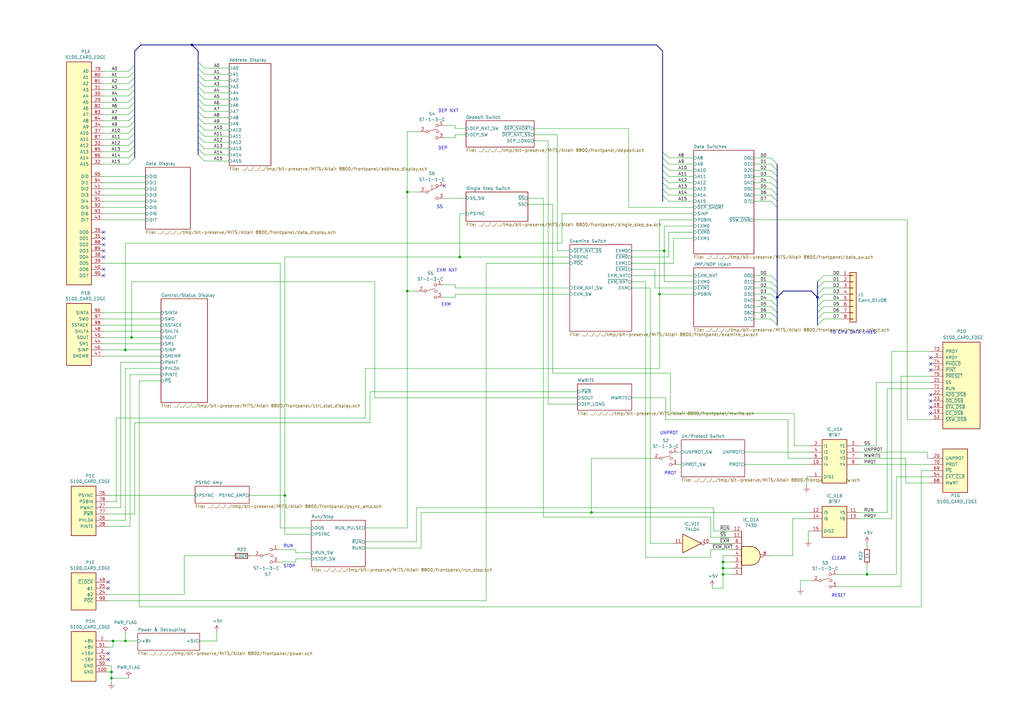
<source format=kicad_sch>
(kicad_sch (version 20230121) (generator eeschema)
  (paper "A3")
  (junction (at 46.355 262.89))
  (junction (at 270.51 120.65))
  (junction (at 53.975 138.43))
  (junction (at 45.72 278.13))
  (junction (at 167.005 119.38))
  (junction (at 51.435 262.89))
  (junction (at 296.545 235.585))
  (junction (at 296.545 230.505))
  (junction (at 242.57 210.185))
  (junction (at 188.595 105.41))
  (junction (at 272.415 102.87))
  (junction (at 116.84 203.2))
  (junction (at 167.005 78.74))
  (junction (at 318.77 121.92))
  (junction (at 78.74 18.415))
  (junction (at 45.72 275.59))
  (junction (at 296.545 233.045))
  (junction (at 51.435 143.51))
  (junction (at 335.28 121.92))
  (junction (at 355.6 235.585))
  (no_connect (at 381.635 151.765))
  (no_connect (at 182.245 76.2))
  (no_connect (at 42.545 113.03))
  (no_connect (at 42.545 95.25))
  (no_connect (at 42.545 97.79))
  (no_connect (at 44.45 238.76))
  (no_connect (at 381.635 149.225))
  (no_connect (at 381.635 146.685))
  (no_connect (at 42.545 100.33))
  (no_connect (at 44.45 270.51))
  (no_connect (at 42.545 110.49))
  (no_connect (at 381.635 169.545))
  (no_connect (at 44.45 241.3))
  (no_connect (at 381.635 161.925))
  (no_connect (at 42.545 102.87))
  (no_connect (at 44.45 267.97))
  (no_connect (at 381.635 164.465))
  (no_connect (at 42.545 105.41))
  (no_connect (at 381.635 167.005))
  (bus_entry (at 318.77 115.57) (size -2.54 -2.54))
  (bus_entry (at 81.28 43.18) (size 2.54 2.54))
  (bus_entry (at 81.28 35.56) (size 2.54 2.54))
  (bus_entry (at 271.78 67.31) (size 2.54 2.54))
  (bus_entry (at 335.28 118.11) (size 2.54 -2.54))
  (bus_entry (at 55.245 64.77) (size -2.54 2.54))
  (bus_entry (at 318.77 82.55) (size -2.54 -2.54))
  (bus_entry (at 318.77 72.39) (size -2.54 -2.54))
  (bus_entry (at 81.28 50.8) (size 2.54 2.54))
  (bus_entry (at 55.245 54.61) (size -2.54 2.54))
  (bus_entry (at 318.77 67.31) (size -2.54 -2.54))
  (bus_entry (at 318.77 133.35) (size -2.54 -2.54))
  (bus_entry (at 318.77 74.93) (size -2.54 -2.54))
  (bus_entry (at 81.28 48.26) (size 2.54 2.54))
  (bus_entry (at 318.77 80.01) (size -2.54 -2.54))
  (bus_entry (at 55.245 41.91) (size -2.54 2.54))
  (bus_entry (at 81.28 30.48) (size 2.54 2.54))
  (bus_entry (at 55.245 36.83) (size -2.54 2.54))
  (bus_entry (at 81.28 60.96) (size 2.54 2.54))
  (bus_entry (at 55.245 59.69) (size -2.54 2.54))
  (bus_entry (at 318.77 77.47) (size -2.54 -2.54))
  (bus_entry (at 271.78 74.93) (size 2.54 2.54))
  (bus_entry (at 318.77 69.85) (size -2.54 -2.54))
  (bus_entry (at 271.78 69.85) (size 2.54 2.54))
  (bus_entry (at 335.28 125.73) (size 2.54 -2.54))
  (bus_entry (at 55.245 52.07) (size -2.54 2.54))
  (bus_entry (at 81.28 55.88) (size 2.54 2.54))
  (bus_entry (at 55.245 57.15) (size -2.54 2.54))
  (bus_entry (at 81.28 25.4) (size 2.54 2.54))
  (bus_entry (at 271.78 62.23) (size 2.54 2.54))
  (bus_entry (at 271.78 77.47) (size 2.54 2.54))
  (bus_entry (at 335.28 133.35) (size 2.54 -2.54))
  (bus_entry (at 81.28 53.34) (size 2.54 2.54))
  (bus_entry (at 55.245 29.21) (size -2.54 2.54))
  (bus_entry (at 271.78 72.39) (size 2.54 2.54))
  (bus_entry (at 55.245 49.53) (size -2.54 2.54))
  (bus_entry (at 55.245 46.99) (size -2.54 2.54))
  (bus_entry (at 335.28 130.81) (size 2.54 -2.54))
  (bus_entry (at 335.28 123.19) (size 2.54 -2.54))
  (bus_entry (at 318.77 85.09) (size -2.54 -2.54))
  (bus_entry (at 81.28 40.64) (size 2.54 2.54))
  (bus_entry (at 81.28 27.94) (size 2.54 2.54))
  (bus_entry (at 55.245 62.23) (size -2.54 2.54))
  (bus_entry (at 318.77 120.65) (size -2.54 -2.54))
  (bus_entry (at 55.245 26.67) (size -2.54 2.54))
  (bus_entry (at 318.77 125.73) (size -2.54 -2.54))
  (bus_entry (at 55.245 39.37) (size -2.54 2.54))
  (bus_entry (at 318.77 130.81) (size -2.54 -2.54))
  (bus_entry (at 55.245 44.45) (size -2.54 2.54))
  (bus_entry (at 318.77 118.11) (size -2.54 -2.54))
  (bus_entry (at 81.28 33.02) (size 2.54 2.54))
  (bus_entry (at 271.78 80.01) (size 2.54 2.54))
  (bus_entry (at 81.28 38.1) (size 2.54 2.54))
  (bus_entry (at 318.77 123.19) (size -2.54 -2.54))
  (bus_entry (at 335.28 115.57) (size 2.54 -2.54))
  (bus_entry (at 335.28 128.27) (size 2.54 -2.54))
  (bus_entry (at 81.28 63.5) (size 2.54 2.54))
  (bus_entry (at 318.77 128.27) (size -2.54 -2.54))
  (bus_entry (at 81.28 45.72) (size 2.54 2.54))
  (bus_entry (at 271.78 64.77) (size 2.54 2.54))
  (bus_entry (at 81.28 58.42) (size 2.54 2.54))
  (bus_entry (at 335.28 120.65) (size 2.54 -2.54))
  (bus_entry (at 55.245 31.75) (size -2.54 2.54))
  (bus_entry (at 55.245 34.29) (size -2.54 2.54))
  (wire (pts (xy 284.48 77.47) (xy 274.32 77.47)))
  (wire (pts (xy 325.12 212.725) (xy 332.105 212.725)))
  (wire (pts (xy 88.9 262.89) (xy 88.9 259.08)))
  (wire (pts (xy 186.69 118.11) (xy 186.69 116.84)))
  (wire (pts (xy 93.98 40.64) (xy 83.82 40.64)))
  (bus (pts (xy 55.245 49.53) (xy 55.245 52.07)))
  (bus (pts (xy 55.245 44.45) (xy 55.245 46.99)))
  (wire (pts (xy 42.545 130.81) (xy 66.04 130.81)))
  (wire (pts (xy 167.005 78.74) (xy 167.005 119.38)))
  (wire (pts (xy 284.48 87.63) (xy 230.505 87.63)))
  (wire (pts (xy 127.635 229.235) (xy 121.285 229.235)))
  (wire (pts (xy 272.415 102.87) (xy 272.415 92.71)))
  (wire (pts (xy 93.98 58.42) (xy 83.82 58.42)))
  (bus (pts (xy 318.77 120.65) (xy 318.77 121.92)))
  (wire (pts (xy 291.465 225.425) (xy 300.355 225.425)))
  (bus (pts (xy 335.28 115.57) (xy 335.28 118.11)))
  (wire (pts (xy 44.45 273.05) (xy 45.72 273.05)))
  (wire (pts (xy 344.805 125.73) (xy 337.82 125.73)))
  (wire (pts (xy 42.545 85.09) (xy 59.69 85.09)))
  (wire (pts (xy 93.98 35.56) (xy 83.82 35.56)))
  (wire (pts (xy 42.545 46.99) (xy 52.705 46.99)))
  (wire (pts (xy 49.53 208.28) (xy 49.53 148.59)))
  (wire (pts (xy 42.545 64.77) (xy 52.705 64.77)))
  (wire (pts (xy 380.365 185.42) (xy 380.365 187.96)))
  (wire (pts (xy 300.355 227.965) (xy 296.545 227.965)))
  (wire (pts (xy 309.245 77.47) (xy 316.23 77.47)))
  (wire (pts (xy 93.98 66.04) (xy 83.82 66.04)))
  (bus (pts (xy 55.245 20.955) (xy 55.245 26.67)))
  (wire (pts (xy 328.295 238.125) (xy 328.295 241.3)))
  (bus (pts (xy 55.245 46.99) (xy 55.245 49.53)))
  (wire (pts (xy 42.545 87.63) (xy 59.69 87.63)))
  (wire (pts (xy 296.545 241.3) (xy 292.1 241.3)))
  (wire (pts (xy 121.285 229.235) (xy 121.285 230.505)))
  (wire (pts (xy 226.695 83.82) (xy 226.695 153.035)))
  (wire (pts (xy 53.34 153.67) (xy 53.34 215.9)))
  (wire (pts (xy 52.705 278.13) (xy 45.72 278.13)))
  (wire (pts (xy 186.69 116.84) (xy 181.61 116.84)))
  (wire (pts (xy 219.075 52.705) (xy 257.81 52.705)))
  (wire (pts (xy 309.245 120.65) (xy 316.23 120.65)))
  (wire (pts (xy 47.625 205.74) (xy 44.45 205.74)))
  (wire (pts (xy 270.51 151.13) (xy 149.86 151.13)))
  (wire (pts (xy 57.15 156.21) (xy 57.15 248.92)))
  (wire (pts (xy 352.425 182.88) (xy 359.41 182.88)))
  (wire (pts (xy 186.69 56.515) (xy 186.69 55.245)))
  (wire (pts (xy 344.805 115.57) (xy 337.82 115.57)))
  (bus (pts (xy 81.28 33.02) (xy 81.28 35.56)))
  (bus (pts (xy 55.245 31.75) (xy 55.245 34.29)))
  (wire (pts (xy 344.805 123.19) (xy 337.82 123.19)))
  (wire (pts (xy 44.45 275.59) (xy 45.72 275.59)))
  (wire (pts (xy 344.805 128.27) (xy 337.82 128.27)))
  (wire (pts (xy 42.545 62.23) (xy 52.705 62.23)))
  (bus (pts (xy 81.28 38.1) (xy 81.28 40.64)))
  (wire (pts (xy 42.545 143.51) (xy 51.435 143.51)))
  (bus (pts (xy 81.28 60.96) (xy 81.28 63.5)))
  (wire (pts (xy 291.465 220.345) (xy 300.355 220.345)))
  (bus (pts (xy 318.77 69.85) (xy 318.77 72.39)))
  (bus (pts (xy 318.77 74.93) (xy 318.77 77.47)))
  (wire (pts (xy 172.085 53.975) (xy 167.005 53.975)))
  (wire (pts (xy 259.08 105.41) (xy 274.32 105.41)))
  (wire (pts (xy 44.45 246.38) (xy 199.39 246.38)))
  (wire (pts (xy 352.425 210.185) (xy 363.855 210.185)))
  (wire (pts (xy 276.225 107.95) (xy 276.225 97.79)))
  (wire (pts (xy 291.465 222.885) (xy 300.355 222.885)))
  (wire (pts (xy 309.245 118.11) (xy 316.23 118.11)))
  (wire (pts (xy 186.69 52.705) (xy 186.69 51.435)))
  (wire (pts (xy 292.735 217.805) (xy 300.355 217.805)))
  (wire (pts (xy 55.245 210.82) (xy 44.45 210.82)))
  (wire (pts (xy 242.57 187.96) (xy 267.97 187.96)))
  (wire (pts (xy 355.6 222.885) (xy 355.6 224.155)))
  (wire (pts (xy 42.545 146.05) (xy 66.04 146.05)))
  (wire (pts (xy 102.235 203.2) (xy 116.84 203.2)))
  (wire (pts (xy 268.605 110.49) (xy 259.08 110.49)))
  (wire (pts (xy 42.545 74.93) (xy 59.69 74.93)))
  (wire (pts (xy 305.435 190.5) (xy 332.105 190.5)))
  (bus (pts (xy 81.28 40.64) (xy 81.28 43.18)))
  (wire (pts (xy 42.545 49.53) (xy 52.705 49.53)))
  (wire (pts (xy 325.12 227.965) (xy 325.12 212.725)))
  (wire (pts (xy 93.98 50.8) (xy 83.82 50.8)))
  (wire (pts (xy 274.955 169.545) (xy 325.755 169.545)))
  (bus (pts (xy 318.77 121.92) (xy 318.77 123.19)))
  (wire (pts (xy 296.545 235.585) (xy 296.545 241.3)))
  (wire (pts (xy 352.425 187.96) (xy 371.475 187.96)))
  (wire (pts (xy 127.635 216.535) (xy 114.935 216.535)))
  (wire (pts (xy 300.355 233.045) (xy 296.545 233.045)))
  (wire (pts (xy 42.545 39.37) (xy 52.705 39.37)))
  (wire (pts (xy 216.535 81.28) (xy 222.885 81.28)))
  (wire (pts (xy 296.545 233.045) (xy 296.545 235.585)))
  (wire (pts (xy 309.245 72.39) (xy 316.23 72.39)))
  (wire (pts (xy 44.45 243.84) (xy 75.565 243.84)))
  (bus (pts (xy 55.245 41.91) (xy 55.245 44.45)))
  (wire (pts (xy 365.76 144.145) (xy 381.635 144.145)))
  (wire (pts (xy 309.245 82.55) (xy 316.23 82.55)))
  (wire (pts (xy 182.245 56.515) (xy 186.69 56.515)))
  (wire (pts (xy 186.69 55.245) (xy 191.135 55.245)))
  (wire (pts (xy 42.545 135.89) (xy 66.04 135.89)))
  (wire (pts (xy 296.545 227.965) (xy 296.545 230.505)))
  (wire (pts (xy 66.04 153.67) (xy 53.34 153.67)))
  (wire (pts (xy 172.085 78.74) (xy 167.005 78.74)))
  (wire (pts (xy 170.815 208.28) (xy 170.815 222.25)))
  (bus (pts (xy 81.28 25.4) (xy 81.28 27.94)))
  (wire (pts (xy 102.87 227.965) (xy 104.14 227.965)))
  (wire (pts (xy 228.6 55.245) (xy 228.6 102.87)))
  (wire (pts (xy 236.855 163.195) (xy 153.67 163.195)))
  (wire (pts (xy 57.15 248.92) (xy 377.825 248.92)))
  (bus (pts (xy 318.77 72.39) (xy 318.77 74.93)))
  (wire (pts (xy 51.435 262.89) (xy 56.515 262.89)))
  (bus (pts (xy 55.245 29.21) (xy 55.245 31.75)))
  (wire (pts (xy 309.245 69.85) (xy 316.23 69.85)))
  (wire (pts (xy 228.6 102.87) (xy 233.68 102.87)))
  (bus (pts (xy 332.74 119.38) (xy 335.28 121.92)))
  (wire (pts (xy 121.285 230.505) (xy 114.3 230.505)))
  (bus (pts (xy 81.28 30.48) (xy 81.28 33.02)))
  (wire (pts (xy 325.755 182.88) (xy 332.105 182.88)))
  (wire (pts (xy 242.57 210.185) (xy 172.72 210.185)))
  (wire (pts (xy 42.545 54.61) (xy 52.705 54.61)))
  (wire (pts (xy 284.48 97.79) (xy 276.225 97.79)))
  (wire (pts (xy 259.08 118.11) (xy 266.7 118.11)))
  (wire (pts (xy 93.98 60.96) (xy 83.82 60.96)))
  (bus (pts (xy 271.78 77.47) (xy 271.78 80.01)))
  (wire (pts (xy 233.68 118.11) (xy 186.69 118.11)))
  (wire (pts (xy 367.665 195.58) (xy 381.635 195.58)))
  (wire (pts (xy 224.79 57.785) (xy 224.79 165.735)))
  (wire (pts (xy 46.355 265.43) (xy 46.355 262.89)))
  (wire (pts (xy 242.57 210.185) (xy 242.57 187.96)))
  (wire (pts (xy 332.105 210.185) (xy 242.57 210.185)))
  (wire (pts (xy 230.505 87.63) (xy 230.505 99.695)))
  (bus (pts (xy 321.31 119.38) (xy 332.74 119.38)))
  (wire (pts (xy 381.635 198.12) (xy 371.475 198.12)))
  (wire (pts (xy 219.075 55.245) (xy 228.6 55.245)))
  (wire (pts (xy 309.245 115.57) (xy 316.23 115.57)))
  (bus (pts (xy 81.28 55.88) (xy 81.28 58.42)))
  (wire (pts (xy 93.98 53.34) (xy 83.82 53.34)))
  (wire (pts (xy 292.735 208.28) (xy 292.735 217.805)))
  (bus (pts (xy 318.77 85.09) (xy 318.77 115.57)))
  (wire (pts (xy 127.635 219.075) (xy 116.84 219.075)))
  (wire (pts (xy 343.535 240.665) (xy 369.57 240.665)))
  (wire (pts (xy 172.72 210.185) (xy 172.72 224.79)))
  (wire (pts (xy 171.45 119.38) (xy 167.005 119.38)))
  (bus (pts (xy 81.28 43.18) (xy 81.28 45.72)))
  (wire (pts (xy 284.48 74.93) (xy 274.32 74.93)))
  (wire (pts (xy 151.765 173.355) (xy 151.765 160.655)))
  (wire (pts (xy 273.05 172.085) (xy 323.215 172.085)))
  (wire (pts (xy 216.535 83.82) (xy 226.695 83.82)))
  (wire (pts (xy 352.425 190.5) (xy 381.635 190.5)))
  (wire (pts (xy 291.465 212.09) (xy 291.465 220.345)))
  (wire (pts (xy 369.57 154.305) (xy 381.635 154.305)))
  (wire (pts (xy 149.86 216.535) (xy 167.005 216.535)))
  (bus (pts (xy 57.785 18.415) (xy 78.74 18.415)))
  (bus (pts (xy 271.78 72.39) (xy 271.78 74.93)))
  (bus (pts (xy 81.28 45.72) (xy 81.28 48.26)))
  (wire (pts (xy 53.975 115.57) (xy 53.975 138.43)))
  (wire (pts (xy 284.48 82.55) (xy 274.32 82.55)))
  (bus (pts (xy 318.77 118.11) (xy 318.77 120.65)))
  (wire (pts (xy 352.425 212.725) (xy 365.76 212.725)))
  (bus (pts (xy 81.28 48.26) (xy 81.28 50.8)))
  (wire (pts (xy 51.435 259.715) (xy 51.435 262.89)))
  (bus (pts (xy 55.245 39.37) (xy 55.245 41.91)))
  (wire (pts (xy 42.545 36.83) (xy 52.705 36.83)))
  (wire (pts (xy 380.365 187.96) (xy 381.635 187.96)))
  (wire (pts (xy 284.48 69.85) (xy 274.32 69.85)))
  (wire (pts (xy 274.32 105.41) (xy 274.32 95.25)))
  (wire (pts (xy 93.98 48.26) (xy 83.82 48.26)))
  (bus (pts (xy 81.28 27.94) (xy 81.28 30.48)))
  (wire (pts (xy 93.98 30.48) (xy 83.82 30.48)))
  (wire (pts (xy 191.135 52.705) (xy 186.69 52.705)))
  (bus (pts (xy 55.245 36.83) (xy 55.245 39.37)))
  (bus (pts (xy 55.245 62.23) (xy 55.245 64.77)))
  (wire (pts (xy 284.48 90.17) (xy 270.51 90.17)))
  (wire (pts (xy 309.245 113.03) (xy 316.23 113.03)))
  (wire (pts (xy 153.67 115.57) (xy 53.975 115.57)))
  (wire (pts (xy 230.505 99.695) (xy 51.435 99.695)))
  (wire (pts (xy 167.005 53.975) (xy 167.005 78.74)))
  (wire (pts (xy 367.665 235.585) (xy 367.665 195.58)))
  (bus (pts (xy 335.28 121.92) (xy 335.28 123.19)))
  (wire (pts (xy 363.855 159.385) (xy 381.635 159.385)))
  (bus (pts (xy 55.245 54.61) (xy 55.245 57.15)))
  (bus (pts (xy 318.77 82.55) (xy 318.77 85.09)))
  (wire (pts (xy 284.48 80.01) (xy 274.32 80.01)))
  (bus (pts (xy 335.28 130.81) (xy 335.28 133.35)))
  (wire (pts (xy 369.57 240.665) (xy 369.57 154.305)))
  (wire (pts (xy 309.245 80.01) (xy 316.23 80.01)))
  (wire (pts (xy 355.6 235.585) (xy 367.665 235.585)))
  (wire (pts (xy 270.51 90.17) (xy 270.51 120.65)))
  (wire (pts (xy 284.48 85.09) (xy 257.81 85.09)))
  (wire (pts (xy 51.435 99.695) (xy 51.435 143.51)))
  (wire (pts (xy 45.72 278.13) (xy 45.72 280.035)))
  (wire (pts (xy 186.69 51.435) (xy 182.245 51.435)))
  (wire (pts (xy 233.68 120.65) (xy 186.69 120.65)))
  (wire (pts (xy 309.245 128.27) (xy 316.23 128.27)))
  (wire (pts (xy 233.68 107.95) (xy 199.39 107.95)))
  (wire (pts (xy 42.545 34.29) (xy 52.705 34.29)))
  (wire (pts (xy 42.545 31.75) (xy 52.705 31.75)))
  (bus (pts (xy 318.77 115.57) (xy 318.77 118.11)))
  (bus (pts (xy 318.77 121.92) (xy 321.31 119.38)))
  (wire (pts (xy 222.885 212.09) (xy 291.465 212.09)))
  (bus (pts (xy 271.78 64.77) (xy 271.78 67.31)))
  (wire (pts (xy 81.915 262.89) (xy 88.9 262.89)))
  (wire (pts (xy 114.935 216.535) (xy 114.935 107.95)))
  (wire (pts (xy 284.48 64.77) (xy 274.32 64.77)))
  (wire (pts (xy 42.545 80.01) (xy 59.69 80.01)))
  (wire (pts (xy 75.565 227.965) (xy 95.25 227.965)))
  (wire (pts (xy 226.695 153.035) (xy 274.955 153.035)))
  (bus (pts (xy 55.245 52.07) (xy 55.245 54.61)))
  (wire (pts (xy 116.84 203.2) (xy 116.84 219.075)))
  (wire (pts (xy 259.08 107.95) (xy 276.225 107.95)))
  (wire (pts (xy 45.72 273.05) (xy 45.72 275.59)))
  (wire (pts (xy 42.545 59.69) (xy 52.705 59.69)))
  (bus (pts (xy 55.245 34.29) (xy 55.245 36.83)))
  (wire (pts (xy 266.7 222.885) (xy 276.225 222.885)))
  (wire (pts (xy 93.98 27.94) (xy 83.82 27.94)))
  (wire (pts (xy 116.84 203.2) (xy 116.84 105.41)))
  (wire (pts (xy 344.805 113.03) (xy 337.82 113.03)))
  (wire (pts (xy 284.48 118.11) (xy 268.605 118.11)))
  (wire (pts (xy 305.435 185.42) (xy 332.105 185.42)))
  (wire (pts (xy 93.98 43.18) (xy 83.82 43.18)))
  (wire (pts (xy 359.41 156.845) (xy 381.635 156.845)))
  (wire (pts (xy 291.465 228.6) (xy 291.465 225.425)))
  (wire (pts (xy 273.05 163.195) (xy 273.05 172.085)))
  (wire (pts (xy 278.13 185.42) (xy 279.4 185.42)))
  (wire (pts (xy 172.72 224.79) (xy 149.86 224.79)))
  (wire (pts (xy 186.69 120.65) (xy 186.69 121.92)))
  (wire (pts (xy 121.285 226.695) (xy 121.285 225.425)))
  (wire (pts (xy 284.48 95.25) (xy 274.32 95.25)))
  (wire (pts (xy 42.545 128.27) (xy 66.04 128.27)))
  (wire (pts (xy 270.51 120.65) (xy 270.51 151.13)))
  (bus (pts (xy 269.24 18.415) (xy 271.78 20.955)))
  (wire (pts (xy 309.245 123.19) (xy 316.23 123.19)))
  (wire (pts (xy 284.48 67.31) (xy 274.32 67.31)))
  (wire (pts (xy 186.69 121.92) (xy 181.61 121.92)))
  (bus (pts (xy 81.28 58.42) (xy 81.28 60.96)))
  (wire (pts (xy 236.855 160.655) (xy 151.765 160.655)))
  (wire (pts (xy 51.435 213.36) (xy 51.435 151.13)))
  (wire (pts (xy 284.48 115.57) (xy 272.415 115.57)))
  (bus (pts (xy 335.28 125.73) (xy 335.28 128.27)))
  (bus (pts (xy 271.78 67.31) (xy 271.78 69.85)))
  (wire (pts (xy 44.45 203.2) (xy 80.01 203.2)))
  (bus (pts (xy 318.77 80.01) (xy 318.77 82.55)))
  (wire (pts (xy 296.545 230.505) (xy 296.545 233.045)))
  (wire (pts (xy 170.815 208.28) (xy 292.735 208.28)))
  (wire (pts (xy 199.39 107.95) (xy 199.39 246.38)))
  (wire (pts (xy 44.45 213.36) (xy 51.435 213.36)))
  (wire (pts (xy 344.805 120.65) (xy 337.82 120.65)))
  (bus (pts (xy 81.28 53.34) (xy 81.28 55.88)))
  (wire (pts (xy 278.13 190.5) (xy 279.4 190.5)))
  (bus (pts (xy 271.78 20.955) (xy 271.78 62.23)))
  (wire (pts (xy 47.625 171.45) (xy 149.86 171.45)))
  (bus (pts (xy 318.77 67.31) (xy 318.77 69.85)))
  (wire (pts (xy 42.545 67.31) (xy 52.705 67.31)))
  (wire (pts (xy 45.72 275.59) (xy 45.72 278.13)))
  (wire (pts (xy 93.98 38.1) (xy 83.82 38.1)))
  (bus (pts (xy 318.77 123.19) (xy 318.77 125.73)))
  (wire (pts (xy 42.545 133.35) (xy 66.04 133.35)))
  (wire (pts (xy 332.105 187.96) (xy 323.215 187.96)))
  (wire (pts (xy 332.105 217.805) (xy 331.47 217.805)))
  (wire (pts (xy 49.53 148.59) (xy 66.04 148.59)))
  (bus (pts (xy 81.28 35.56) (xy 81.28 38.1)))
  (wire (pts (xy 264.795 228.6) (xy 291.465 228.6)))
  (wire (pts (xy 344.805 118.11) (xy 337.82 118.11)))
  (wire (pts (xy 365.76 212.725) (xy 365.76 144.145)))
  (wire (pts (xy 44.45 262.89) (xy 46.355 262.89)))
  (wire (pts (xy 377.825 193.04) (xy 381.635 193.04)))
  (bus (pts (xy 271.78 69.85) (xy 271.78 72.39)))
  (wire (pts (xy 372.11 172.085) (xy 381.635 172.085)))
  (wire (pts (xy 66.04 156.21) (xy 57.15 156.21)))
  (wire (pts (xy 332.105 195.58) (xy 330.835 195.58)))
  (wire (pts (xy 42.545 57.15) (xy 52.705 57.15)))
  (wire (pts (xy 114.935 107.95) (xy 42.545 107.95)))
  (wire (pts (xy 42.545 44.45) (xy 52.705 44.45)))
  (wire (pts (xy 325.755 169.545) (xy 325.755 182.88)))
  (bus (pts (xy 335.28 128.27) (xy 335.28 130.81)))
  (wire (pts (xy 93.98 55.88) (xy 83.82 55.88)))
  (wire (pts (xy 274.955 153.035) (xy 274.955 169.545)))
  (wire (pts (xy 371.475 187.96) (xy 371.475 198.12)))
  (wire (pts (xy 191.135 87.63) (xy 188.595 87.63)))
  (bus (pts (xy 78.74 18.415) (xy 269.24 18.415)))
  (wire (pts (xy 331.47 217.805) (xy 331.47 221.615)))
  (bus (pts (xy 81.28 20.955) (xy 81.28 25.4)))
  (wire (pts (xy 93.98 63.5) (xy 83.82 63.5)))
  (bus (pts (xy 318.77 130.81) (xy 318.77 133.35)))
  (wire (pts (xy 182.245 81.28) (xy 191.135 81.28)))
  (wire (pts (xy 333.375 238.125) (xy 328.295 238.125)))
  (wire (pts (xy 323.215 187.96) (xy 323.215 172.085)))
  (wire (pts (xy 309.245 90.17) (xy 372.11 90.17)))
  (wire (pts (xy 292.1 240.665) (xy 292.1 241.3)))
  (wire (pts (xy 42.545 41.91) (xy 52.705 41.91)))
  (wire (pts (xy 377.825 248.92) (xy 377.825 193.04)))
  (wire (pts (xy 114.3 225.425) (xy 121.285 225.425)))
  (wire (pts (xy 343.535 235.585) (xy 355.6 235.585)))
  (wire (pts (xy 259.08 102.87) (xy 272.415 102.87)))
  (wire (pts (xy 284.48 92.71) (xy 272.415 92.71)))
  (wire (pts (xy 93.98 33.02) (xy 83.82 33.02)))
  (wire (pts (xy 42.545 29.21) (xy 52.705 29.21)))
  (wire (pts (xy 352.425 185.42) (xy 380.365 185.42)))
  (bus (pts (xy 78.74 18.415) (xy 81.28 20.955)))
  (bus (pts (xy 81.28 50.8) (xy 81.28 53.34)))
  (wire (pts (xy 42.545 72.39) (xy 59.69 72.39)))
  (wire (pts (xy 42.545 52.07) (xy 52.705 52.07)))
  (wire (pts (xy 344.805 130.81) (xy 337.82 130.81)))
  (wire (pts (xy 363.855 210.185) (xy 363.855 159.385)))
  (bus (pts (xy 318.77 125.73) (xy 318.77 128.27)))
  (bus (pts (xy 318.77 77.47) (xy 318.77 80.01)))
  (bus (pts (xy 271.78 74.93) (xy 271.78 77.47)))
  (wire (pts (xy 330.835 195.58) (xy 330.835 199.39)))
  (wire (pts (xy 44.45 265.43) (xy 46.355 265.43)))
  (wire (pts (xy 153.67 163.195) (xy 153.67 115.57)))
  (wire (pts (xy 309.245 130.81) (xy 316.23 130.81)))
  (wire (pts (xy 300.355 235.585) (xy 296.545 235.585)))
  (bus (pts (xy 271.78 62.23) (xy 271.78 64.77)))
  (wire (pts (xy 222.885 81.28) (xy 222.885 212.09)))
  (wire (pts (xy 53.975 138.43) (xy 66.04 138.43)))
  (bus (pts (xy 271.78 80.01) (xy 271.78 82.55)))
  (wire (pts (xy 219.075 57.785) (xy 224.79 57.785)))
  (wire (pts (xy 55.245 173.355) (xy 55.245 210.82)))
  (wire (pts (xy 309.245 64.77) (xy 316.23 64.77)))
  (wire (pts (xy 167.005 119.38) (xy 167.005 216.535)))
  (wire (pts (xy 149.86 222.25) (xy 170.815 222.25)))
  (wire (pts (xy 42.545 77.47) (xy 59.69 77.47)))
  (wire (pts (xy 309.245 125.73) (xy 316.23 125.73)))
  (wire (pts (xy 359.41 182.88) (xy 359.41 156.845)))
  (wire (pts (xy 259.08 115.57) (xy 264.795 115.57)))
  (wire (pts (xy 47.625 171.45) (xy 47.625 205.74)))
  (wire (pts (xy 264.795 115.57) (xy 264.795 228.6)))
  (wire (pts (xy 42.545 82.55) (xy 59.69 82.55)))
  (wire (pts (xy 51.435 143.51) (xy 66.04 143.51)))
  (wire (pts (xy 51.435 151.13) (xy 66.04 151.13)))
  (bus (pts (xy 55.245 20.955) (xy 57.785 18.415)))
  (wire (pts (xy 149.86 171.45) (xy 149.86 151.13)))
  (wire (pts (xy 259.08 163.195) (xy 273.05 163.195)))
  (wire (pts (xy 188.595 105.41) (xy 116.84 105.41)))
  (wire (pts (xy 236.855 165.735) (xy 224.79 165.735)))
  (wire (pts (xy 266.7 118.11) (xy 266.7 222.885)))
  (wire (pts (xy 53.34 215.9) (xy 44.45 215.9)))
  (wire (pts (xy 75.565 243.84) (xy 75.565 227.965)))
  (wire (pts (xy 93.98 45.72) (xy 83.82 45.72)))
  (bus (pts (xy 55.245 57.15) (xy 55.245 59.69)))
  (wire (pts (xy 44.45 208.28) (xy 49.53 208.28)))
  (wire (pts (xy 309.245 67.31) (xy 316.23 67.31)))
  (wire (pts (xy 42.545 140.97) (xy 66.04 140.97)))
  (bus (pts (xy 318.77 128.27) (xy 318.77 130.81)))
  (wire (pts (xy 300.355 230.505) (xy 296.545 230.505)))
  (wire (pts (xy 284.48 120.65) (xy 270.51 120.65)))
  (wire (pts (xy 272.415 102.87) (xy 272.415 115.57)))
  (wire (pts (xy 259.08 113.03) (xy 284.48 113.03)))
  (wire (pts (xy 355.6 231.775) (xy 355.6 235.585)))
  (bus (pts (xy 55.245 26.67) (xy 55.245 29.21)))
  (bus (pts (xy 335.28 120.65) (xy 335.28 121.92)))
  (wire (pts (xy 233.68 105.41) (xy 188.595 105.41)))
  (wire (pts (xy 127.635 226.695) (xy 121.285 226.695)))
  (wire (pts (xy 46.355 262.89) (xy 51.435 262.89)))
  (wire (pts (xy 257.81 52.705) (xy 257.81 85.09)))
  (wire (pts (xy 188.595 87.63) (xy 188.595 105.41)))
  (bus (pts (xy 335.28 123.19) (xy 335.28 125.73)))
  (wire (pts (xy 42.545 90.17) (xy 59.69 90.17)))
  (wire (pts (xy 55.245 173.355) (xy 151.765 173.355)))
  (wire (pts (xy 309.245 74.93) (xy 316.23 74.93)))
  (bus (pts (xy 55.245 59.69) (xy 55.245 62.23)))
  (wire (pts (xy 42.545 138.43) (xy 53.975 138.43)))
  (bus (pts (xy 335.28 118.11) (xy 335.28 120.65)))
  (wire (pts (xy 372.11 90.17) (xy 372.11 172.085)))
  (wire (pts (xy 284.48 72.39) (xy 274.32 72.39)))
  (wire (pts (xy 268.605 110.49) (xy 268.605 118.11)))
  (wire (pts (xy 315.595 227.965) (xy 325.12 227.965)))
  (text "TO CPU DATA LINES" (at 340.36 137.16 0) (effects (font (size 1.27 1.27)) (justify left bottom)))
  (text "PROT" (at 272.415 194.945 0) (effects (font (size 1.27 1.27)) (justify left bottom)))
  (text "UNPROT" (at 270.51 178.435 0) (effects (font (size 1.27 1.27)) (justify left bottom)))
  (text "STOP" (at 116.205 233.045 0) (effects (font (size 1.27 1.27)) (justify left bottom)))
  (text "EXM" (at 180.975 125.73 0) (effects (font (size 1.27 1.27)) (justify left bottom)))
  (text "DEP NXT" (at 179.705 46.355 0) (effects (font (size 1.27 1.27)) (justify left bottom)))
  (text "CLEAR" (at 340.995 229.87 0) (effects (font (size 1.27 1.27)) (justify left bottom)))
  (text "EXM NXT" (at 179.07 111.76 0) (effects (font (size 1.27 1.27)) (justify left bottom)))
  (text "SS" (at 179.07 85.725 0) (effects (font (size 1.27 1.27)) (justify left bottom)))
  (text "RUN" (at 116.205 224.79 0) (effects (font (size 1.27 1.27)) (justify left bottom)))
  (text "RESET" (at 340.995 245.11 0) (effects (font (size 1.27 1.27)) (justify left bottom)))
  (text "DEP" (at 179.705 61.595 0) (effects (font (size 1.27 1.27)) (justify left bottom)))
  (label "A15" (at 278.13 82.55 0))
  (label "A6" (at 87.63 43.18 0))
  (label "A1" (at 87.63 30.48 0))
  (label "A8" (at 87.63 48.26 0))
  (label "MWRITE" (at 354.33 187.96 0))
  (label "A8" (at 278.13 64.77 0))
  (label "A3" (at 87.63 35.56 0))
  (label "A7" (at 87.63 45.72 0))
  (label "A13" (at 45.72 62.23 0))
  (label "D1" (at 341.63 115.57 0))
  (label "~{EXM}" (at 295.275 222.885 0))
  (label "D6" (at 311.785 80.01 0))
  (label "A12" (at 278.13 74.93 0))
  (label "A14" (at 278.13 80.01 0))
  (label "D1" (at 311.785 115.57 0))
  (label "PROT" (at 354.33 190.5 0))
  (label "A14" (at 87.63 63.5 0))
  (label "~{EXM_NXT}" (at 292.1 225.425 0))
  (label "A12" (at 87.63 58.42 0))
  (label "A4" (at 87.63 38.1 0))
  (label "A2" (at 45.72 34.29 0))
  (label "A9" (at 278.13 67.31 0))
  (label "UNPROT" (at 354.33 185.42 0))
  (label "D3" (at 341.63 120.65 0))
  (label "D5" (at 341.63 125.73 0))
  (label "~{SS}" (at 295.275 220.345 0))
  (label "A9" (at 87.63 50.8 0))
  (label "D4" (at 311.785 123.19 0))
  (label "A1" (at 45.72 31.75 0))
  (label "D6" (at 311.785 128.27 0))
  (label "A10" (at 45.72 54.61 0))
  (label "D7" (at 341.63 130.81 0))
  (label "D7" (at 311.785 82.55 0))
  (label "A15" (at 87.63 66.04 0))
  (label "SS" (at 354.33 182.88 0))
  (label "A6" (at 45.72 44.45 0))
  (label "A9" (at 45.72 52.07 0))
  (label "A11" (at 278.13 72.39 0))
  (label "A5" (at 87.63 40.64 0))
  (label "D7" (at 311.785 130.81 0))
  (label "A5" (at 45.72 41.91 0))
  (label "A7" (at 45.72 46.99 0))
  (label "A14" (at 45.72 64.77 0))
  (label "D0" (at 341.63 113.03 0))
  (label "D2" (at 311.785 69.85 0))
  (label "D0" (at 311.785 113.03 0))
  (label "RUN" (at 354.33 210.185 0))
  (label "A10" (at 278.13 69.85 0))
  (label "A2" (at 87.63 33.02 0))
  (label "D6" (at 341.63 128.27 0))
  (label "D5" (at 311.785 77.47 0))
  (label "A10" (at 87.63 53.34 0))
  (label "A0" (at 45.72 29.21 0))
  (label "D5" (at 311.785 125.73 0))
  (label "D0" (at 311.785 64.77 0))
  (label "D2" (at 311.785 118.11 0))
  (label "A11" (at 45.72 57.15 0))
  (label "A11" (at 87.63 55.88 0))
  (label "A8" (at 45.72 49.53 0))
  (label "A3" (at 45.72 36.83 0))
  (label "D1" (at 311.785 67.31 0))
  (label "D3" (at 311.785 120.65 0))
  (label "A13" (at 87.63 60.96 0))
  (label "A15" (at 45.72 67.31 0))
  (label "A12" (at 45.72 59.69 0))
  (label "A0" (at 87.63 27.94 0))
  (label "D3" (at 311.785 72.39 0))
  (label "PRDY" (at 354.33 212.725 0))
  (label "D4" (at 311.785 74.93 0))
  (label "A13" (at 278.13 77.47 0))
  (label "D2" (at 341.63 118.11 0))
  (label "D4" (at 341.63 123.19 0))
  (label "~{RUN}" (at 295.275 217.805 0))
  (label "A4" (at 45.72 39.37 0))
  (symbol (lib_id "Switch:SW_SPDT_MSM") (at 109.22 227.965 0) (unit 1)
    (property "Reference" "S7" (at 109.855 235.585 0))
    (property "Value" "ST-1-3-C" (at 109.22 233.045 0))
  )
  (symbol (lib_id "Device:R") (at 99.06 227.965 270) (unit 1)
    (property "Reference" "R23" (at 99.06 225.425 90))
    (property "Value" "100R" (at 99.06 227.965 90))
  )
  (symbol (lib_id "Switch:SW_SPDT_MSM") (at 177.165 53.975 0) (unit 1)
    (property "Reference" "S4" (at 177.165 46.736 0))
    (property "Value" "ST-1-3-C" (at 177.165 49.0474 0))
  )
  (symbol (lib_id "Switch:SW_Push_SPDT") (at 177.165 78.74 0) (unit 1)
    (property "Reference" "S6" (at 177.165 71.12 0))
    (property "Value" "ST-1-1-C" (at 177.165 73.66 0))
  )
  (symbol (lib_id "Switch:SW_SPDT_MSM") (at 176.53 119.38 0) (unit 1)
    (property "Reference" "S5" (at 176.53 112.141 0))
    (property "Value" "ST-1-3-C" (at 176.53 114.4524 0))
  )
  (symbol (lib_id "Switch:SW_SPDT_MSM") (at 273.05 187.96 0) (unit 1)
    (property "Reference" "S2" (at 273.05 180.721 0))
    (property "Value" "ST-1-3-C" (at 273.05 183.0324 0))
  )
  (symbol (lib_id "Switch:SW_SPDT_MSM") (at 338.455 238.125 0) (unit 1)
    (property "Reference" "S3" (at 338.455 230.886 0))
    (property "Value" "ST-1-3-C" (at 338.455 233.1974 0))
  )
  (symbol (lib_id "Device:R") (at 355.6 227.965 0) (unit 1)
    (property "Reference" "R22" (at 353.06 227.965 90))
    (property "Value" "1k" (at 355.6 227.965 90))
  )
  (symbol (lib_id "power:+5V") (at 292.1 240.665 0) (unit 1)
    (property "Reference" "#PWR0101" (effects hide))
    (property "Value" "+5V" (at 292.481 236.2708 0))
  )
  (symbol (lib_id "power:GNDREF") (at 328.295 241.3 0) (unit 1)
    (property "Reference" "#PWR0104" (effects hide))
    (property "Value" "GNDREF" (effects hide))
  )
  (symbol (lib_id "frontpanel-rescue:8T97-altair8800") (at 342.265 187.96 0) (unit 1)
    (property "Reference" "IC_X1" (at 342.265 176.0982 0))
    (property "Value" "8T97" (at 342.265 178.4096 0))
    (property "Datasheet" "https://archive.org/download/8T9598Datasheet/8T95-98%20datasheet.pdf" (effects hide))
  )
  (symbol (lib_id "power:GNDREF") (at 330.835 199.39 0) (unit 1)
    (property "Reference" "#PWR0102" (effects hide))
    (property "Value" "GNDREF" (effects hide))
  )
  (symbol (lib_id "frontpanel-rescue:8T97-altair8800") (at 342.265 212.725 0) (unit 2)
    (property "Reference" "IC_X1" (at 342.265 203.4032 0))
    (property "Value" "8T97" (at 342.265 205.7146 0))
    (property "Datasheet" "https://archive.org/download/8T9598Datasheet/8T95-98%20datasheet.pdf" (effects hide))
  )
  (symbol (lib_id "power:GNDREF") (at 331.47 221.615 0) (unit 1)
    (property "Reference" "#PWR0103" (effects hide))
    (property "Value" "GNDREF" (effects hide))
  )
  (symbol (lib_id "74xx:74LS30") (at 307.975 227.965 0) (mirror x) (unit 1)
    (property "Reference" "IC_O1" (at 307.975 213.2076 0))
    (property "Value" "7430" (at 307.975 215.519 0))
    (property "Datasheet" "http://www.ti.com/lit/gpn/sn74LS30" (effects hide))
  )
  (symbol (lib_id "74xx:74LS04") (at 283.845 222.885 0) (unit 5)
    (property "Reference" "IC_V1" (at 283.845 214.8332 0))
    (property "Value" "74L04" (at 283.845 217.1446 0))
    (property "Datasheet" "http://www.ti.com/lit/gpn/sn74LS04" (effects hide))
  )
  (symbol (lib_id "frontpanel-rescue:S100_CARD_EDGE-altair8800") (at 32.385 72.39 0) (mirror y) (unit 1)
    (property "Reference" "P1" (at 35.1028 21.1582 0))
    (property "Value" "S100_CARD_EDGE" (at 35.1028 23.4696 0))
  )
  (symbol (lib_id "frontpanel-rescue:S100_CARD_EDGE-altair8800") (at 34.29 208.28 0) (mirror y) (unit 3)
    (property "Reference" "P1" (at 37.0078 195.1482 0))
    (property "Value" "S100_CARD_EDGE" (at 37.0078 197.4596 0))
  )
  (symbol (lib_id "frontpanel-rescue:S100_CARD_EDGE-altair8800") (at 32.385 135.89 0) (mirror y) (unit 2)
    (property "Reference" "P1" (at 35.1028 120.2182 0))
    (property "Value" "S100_CARD_EDGE" (at 35.1028 122.5296 0))
  )
  (symbol (lib_id "frontpanel-rescue:S100_CARD_EDGE-altair8800") (at 34.29 241.3 0) (mirror y) (unit 5)
    (property "Reference" "P1" (at 37.0078 230.7082 0))
    (property "Value" "S100_CARD_EDGE" (at 37.0078 233.0196 0))
  )
  (symbol (lib_id "frontpanel-rescue:S100_CARD_EDGE-altair8800") (at 391.795 193.04 0) (unit 7)
    (property "Reference" "P1" (at 389.89 203.2 0) (effects (justify left)))
    (property "Value" "S100_CARD_EDGE" (at 384.175 205.74 0) (effects (justify left)))
  )
  (symbol (lib_id "power:+5V") (at 355.6 222.885 0) (unit 1)
    (property "Reference" "#PWR0105" (effects hide))
    (property "Value" "+5V" (at 355.981 218.4908 0))
  )
  (symbol (lib_id "frontpanel-rescue:S100_CARD_EDGE-altair8800") (at 394.335 159.385 0) (unit 4)
    (property "Reference" "P1" (at 392.43 135.89 0) (effects (justify left)))
    (property "Value" "S100_CARD_EDGE" (at 386.715 138.43 0) (effects (justify left)))
  )
  (symbol (lib_id "Connector_Generic:Conn_01x08") (at 349.885 120.65 0) (unit 1)
    (property "Reference" "J1" (at 351.917 120.8532 0) (effects (justify left)))
    (property "Value" "Conn_01x08" (at 351.917 123.1646 0) (effects (justify left)))
  )
  (symbol (lib_id "frontpanel-rescue:S100_CARD_EDGE-altair8800") (at 34.29 267.97 0) (mirror y) (unit 8)
    (property "Reference" "P1" (at 37.0078 254.8382 0))
    (property "Value" "S100_CARD_EDGE" (at 37.0078 257.1496 0))
  )
  (symbol (lib_id "power:GNDREF") (at 45.72 280.035 0) (unit 1)
    (property "Reference" "#PWR0106" (effects hide))
    (property "Value" "GNDREF" (effects hide))
  )
  (symbol (lib_id "power:+5V") (at 88.9 259.08 0) (unit 1)
    (property "Reference" "#PWR0107" (effects hide))
    (property "Value" "+5V" (at 89.281 254.6858 0))
  )
  (symbol (lib_id "power:PWR_FLAG") (at 52.705 278.13 0) (unit 1)
    (property "Reference" "#FLG0101" (effects hide))
    (property "Value" "PWR_FLAG" (at 52.705 273.7358 0))
  )
  (symbol (lib_id "power:PWR_FLAG") (at 51.435 259.715 0) (unit 1)
    (property "Reference" "#FLG0102" (effects hide))
    (property "Value" "PWR_FLAG" (at 51.435 255.3208 0))
  )
  (sheet (at 59.69 68.58) (size 18.415 25.4)
    (property "Sheetname" "Data Display" (at 59.69 67.8684 0) (effects (justify left bottom)))
    (property "Sheetfile" "../../../../tmp/bit-preserve/MITS/Altair 8800/frontpanel/data_display.sch" (at 59.69 94.5646 0) (effects (justify left top)))
    (pin "DI0" input (at 59.69 72.39 180))
    (pin "DI1" input (at 59.69 74.93 180))
    (pin "DI2" input (at 59.69 77.47 180))
    (pin "DI3" input (at 59.69 80.01 180))
    (pin "DI4" input (at 59.69 82.55 180))
    (pin "DI5" input (at 59.69 85.09 180))
    (pin "DI6" input (at 59.69 87.63 180))
    (pin "DI7" input (at 59.69 90.17 180))
  )
  (sheet (at 93.98 26.035) (size 17.145 41.91)
    (property "Sheetname" "Address Display" (at 93.98 25.3234 0) (effects (justify left bottom)))
    (property "Sheetfile" "../../../../tmp/bit-preserve/MITS/Altair 8800/frontpanel/address_display.sch" (at 93.98 68.5296 0) (effects (justify left top)))
    (pin "A15" input (at 93.98 66.04 180))
    (pin "A14" input (at 93.98 63.5 180))
    (pin "A13" input (at 93.98 60.96 180))
    (pin "A12" input (at 93.98 58.42 180))
    (pin "A11" input (at 93.98 55.88 180))
    (pin "A10" input (at 93.98 53.34 180))
    (pin "A9" input (at 93.98 50.8 180))
    (pin "A8" input (at 93.98 48.26 180))
    (pin "A7" input (at 93.98 45.72 180))
    (pin "A6" input (at 93.98 43.18 180))
    (pin "A5" input (at 93.98 40.64 180))
    (pin "A4" input (at 93.98 38.1 180))
    (pin "A3" input (at 93.98 35.56 180))
    (pin "A2" input (at 93.98 33.02 180))
    (pin "A1" input (at 93.98 30.48 180))
    (pin "A0" input (at 93.98 27.94 180))
  )
  (sheet (at 66.04 122.555) (size 19.05 42.545)
    (property "Sheetname" "Control/Status Display" (at 66.04 121.8434 0) (effects (justify left bottom)))
    (property "Sheetfile" "../../../../tmp/bit-preserve/MITS/Altair 8800/frontpanel/ctrl_stat_display.sch" (at 66.04 165.6846 0) (effects (justify left top)))
    (pin "PWAIT" input (at 66.04 148.59 180))
    (pin "PHLDA" input (at 66.04 151.13 180))
    (pin "SINTA" input (at 66.04 128.27 180))
    (pin "SWO" input (at 66.04 130.81 180))
    (pin "SSTACK" input (at 66.04 133.35 180))
    (pin "SHLTA" input (at 66.04 135.89 180))
    (pin "SOUT" input (at 66.04 138.43 180))
    (pin "SM1" input (at 66.04 140.97 180))
    (pin "SINP" input (at 66.04 143.51 180))
    (pin "SMEMR" input (at 66.04 146.05 180))
    (pin "~{PS}" input (at 66.04 156.21 180))
    (pin "PINTE" input (at 66.04 153.67 180))
  )
  (sheet (at 279.4 180.34) (size 26.035 15.24)
    (property "Sheetname" "Un/Protect Switch" (at 279.4 179.6284 0) (effects (justify left bottom)))
    (property "Sheetfile" "../../../../tmp/bit-preserve/MITS/Altair 8800/frontpanel/prot_sw.sch" (at 279.4 196.1646 0) (effects (justify left top)))
    (pin "PROT" output (at 305.435 190.5 0))
    (pin "UNPROT" output (at 305.435 185.42 0))
    (pin "PROT_SW" input (at 279.4 190.5 180))
    (pin "UNPROT_SW" input (at 279.4 185.42 180))
  )
  (sheet (at 127.635 213.36) (size 22.225 19.05)
    (property "Sheetname" "Run/Stop" (at 127.635 212.6484 0) (effects (justify left bottom)))
    (property "Sheetfile" "../../../../tmp/bit-preserve/MITS/Altair 8800/frontpanel/run_stop.sch" (at 127.635 232.9946 0) (effects (justify left top)))
    (pin "DO5" input (at 127.635 216.535 180))
    (pin "PSYNC" input (at 127.635 219.075 180))
    (pin "~{RUN}" output (at 149.86 222.25 0))
    (pin "RUN" output (at 149.86 224.79 0))
    (pin "RUN_PULSE" output (at 149.86 216.535 0))
    (pin "RUN_SW" input (at 127.635 226.695 180))
    (pin "STOP_SW" input (at 127.635 229.235 180))
  )
  (sheet (at 236.855 157.48) (size 22.225 10.795)
    (property "Sheetname" "MWRITE" (at 236.855 156.7684 0) (effects (justify left bottom)))
    (property "Sheetfile" "../../../../tmp/bit-preserve/MITS/Altair 8800/frontpanel/mwrite.sch" (at 236.855 168.8596 0) (effects (justify left top)))
    (pin "~{PWR}" input (at 236.855 160.655 180))
    (pin "SOUT" input (at 236.855 163.195 180))
    (pin "MWRITE" output (at 259.08 163.195 0))
    (pin "DEP_LONG" input (at 236.855 165.735 180))
  )
  (sheet (at 233.68 100.33) (size 25.4 35.56)
    (property "Sheetname" "Examine Switch" (at 233.68 99.6184 0) (effects (justify left bottom)))
    (property "Sheetfile" "../../../../tmp/bit-preserve/MITS/Altair 8800/frontpanel/examine_sw.sch" (at 233.68 136.4746 0) (effects (justify left top)))
    (pin "PSYNC" input (at 233.68 105.41 180))
    (pin "~{POC}" input (at 233.68 107.95 180))
    (pin "EXM" output (at 259.08 118.11 0))
    (pin "~{EXM_NXT}" output (at 259.08 115.57 0))
    (pin "EXM_NXT" output (at 259.08 113.03 0))
    (pin "EXM0" output (at 259.08 102.87 0))
    (pin "~{EXM0}" output (at 259.08 105.41 0))
    (pin "EXM1" output (at 259.08 107.95 0))
    (pin "~{EXM1}" output (at 259.08 110.49 0))
    (pin "EXM_NXT_SW" input (at 233.68 118.11 180))
    (pin "EXM_SW" input (at 233.68 120.65 180))
    (pin "~{DEP_NXT_SS}" input (at 233.68 102.87 180))
  )
  (sheet (at 80.01 199.39) (size 22.225 6.985)
    (property "Sheetname" "PSYNC Amp" (at 80.01 198.6784 0) (effects (justify left bottom)))
    (property "Sheetfile" "../../../../tmp/bit-preserve/MITS/Altair 8800/frontpanel/psync_amp.sch" (at 80.01 206.9596 0) (effects (justify left top)))
    (pin "PSYNC" input (at 80.01 203.2 180))
    (pin "PSYNC_AMP" output (at 102.235 203.2 0))
  )
  (sheet (at 191.135 49.53) (size 27.94 10.795)
    (property "Sheetname" "Deposit Switch" (at 191.135 48.8184 0) (effects (justify left bottom)))
    (property "Sheetfile" "../../../../tmp/bit-preserve/MITS/Altair 8800/frontpanel/deposit.sch" (at 191.135 60.9096 0) (effects (justify left top)))
    (pin "DEP_LONG" output (at 219.075 57.785 0))
    (pin "~{DEP_SHORT}" output (at 219.075 52.705 0))
    (pin "~{DEP_NXT_SS}" output (at 219.075 55.245 0))
    (pin "DEP_NXT_SW" input (at 191.135 52.705 180))
    (pin "DEP_SW" input (at 191.135 55.245 180))
  )
  (sheet (at 191.135 78.74) (size 25.4 12.065)
    (property "Sheetname" "Single Step Switch" (at 191.135 78.0284 0) (effects (justify left bottom)))
    (property "Sheetfile" "../../../../tmp/bit-preserve/MITS/Altair 8800/frontpanel/single_step_sw.sch" (at 191.135 91.3896 0) (effects (justify left top)))
    (pin "~{SS}" output (at 216.535 81.28 0))
    (pin "SS" output (at 216.535 83.82 0))
    (pin "SS_SW" input (at 191.135 81.28 180))
    (pin "PSYNC" input (at 191.135 87.63 180))
  )
  (sheet (at 284.48 61.595) (size 24.765 42.545)
    (property "Sheetname" "Data Switches" (at 284.48 60.8834 0) (effects (justify left bottom)))
    (property "Sheetfile" "../../../../tmp/bit-preserve/MITS/Altair 8800/frontpanel/data_sw.sch" (at 284.48 104.7246 0) (effects (justify left top)))
    (pin "D0" output (at 309.245 64.77 0))
    (pin "D1" output (at 309.245 67.31 0))
    (pin "D2" output (at 309.245 69.85 0))
    (pin "D3" output (at 309.245 72.39 0))
    (pin "D4" output (at 309.245 74.93 0))
    (pin "D5" output (at 309.245 77.47 0))
    (pin "D6" output (at 309.245 80.01 0))
    (pin "D7" output (at 309.245 82.55 0))
    (pin "~{SSW_DSB}" output (at 309.245 90.17 0))
    (pin "A8" input (at 284.48 64.77 180))
    (pin "A9" input (at 284.48 67.31 180))
    (pin "A10" input (at 284.48 69.85 180))
    (pin "A11" input (at 284.48 72.39 180))
    (pin "A12" input (at 284.48 74.93 180))
    (pin "A13" input (at 284.48 77.47 180))
    (pin "A14" input (at 284.48 80.01 180))
    (pin "A15" input (at 284.48 82.55 180))
    (pin "PDBIN" input (at 284.48 90.17 180))
    (pin "SINP" input (at 284.48 87.63 180))
    (pin "EXM0" input (at 284.48 92.71 180))
    (pin "EXM1" input (at 284.48 97.79 180))
    (pin "~{EXM0}" input (at 284.48 95.25 180))
    (pin "~{DEP_SHORT}" input (at 284.48 85.09 180))
  )
  (sheet (at 284.48 109.855) (size 24.765 24.13)
    (property "Sheetname" "JMP/NOP Inject" (at 284.48 109.1434 0) (effects (justify left bottom)))
    (property "Sheetfile" "../../../../tmp/bit-preserve/MITS/Altair 8800/frontpanel/jmp_nop_inject.sch" (at 284.48 134.5696 0) (effects (justify left top)))
    (pin "D0" output (at 309.245 113.03 0))
    (pin "D1" output (at 309.245 115.57 0))
    (pin "D2" output (at 309.245 118.11 0))
    (pin "D3" output (at 309.245 120.65 0))
    (pin "D4" output (at 309.245 123.19 0))
    (pin "D5" output (at 309.245 125.73 0))
    (pin "D6" output (at 309.245 128.27 0))
    (pin "D7" output (at 309.245 130.81 0))
    (pin "EXM_NXT" input (at 284.48 113.03 180))
    (pin "PDBIN" input (at 284.48 120.65 180))
    (pin "EXM0" input (at 284.48 115.57 180))
    (pin "~{EXM1}" input (at 284.48 118.11 180))
  )
  (sheet (at 56.515 259.715) (size 25.4 6.985)
    (property "Sheetname" "Power & Decoupling" (at 56.515 259.0034 0) (effects (justify left bottom)))
    (property "Sheetfile" "../../../../tmp/bit-preserve/MITS/Altair 8800/frontpanel/power.sch" (at 56.515 267.2846 0) (effects (justify left top)))
    (pin "+8V" input (at 56.515 262.89 180))
    (pin "+5V" output (at 81.915 262.89 0))
  )
)
</source>
